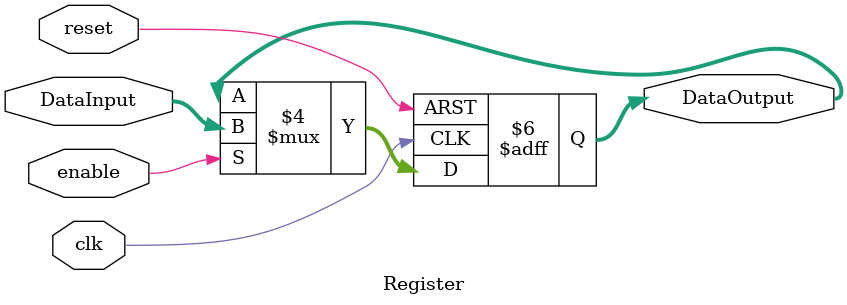
<source format=v>
/******************************************************************
* Description
*	This the basic register that is used in the register file
*	1.0
* Author:
*	Dr. José Luis Pizano Escalante
* email:
*	luispizano@iteso.mx
* Date:
*	01/03/2014
******************************************************************/
module Register
#(
	parameter N=32
)
(
	input clk,
	input reset,
	input enable,
	input  [N-1:0] DataInput,


	output reg [N-1:0] DataOutput
);

always@(negedge reset or negedge clk) begin
	if(reset==0)
		DataOutput <= 0;
	else
		if(enable==1)
			DataOutput<=DataInput;
end

endmodule
//register//
</source>
